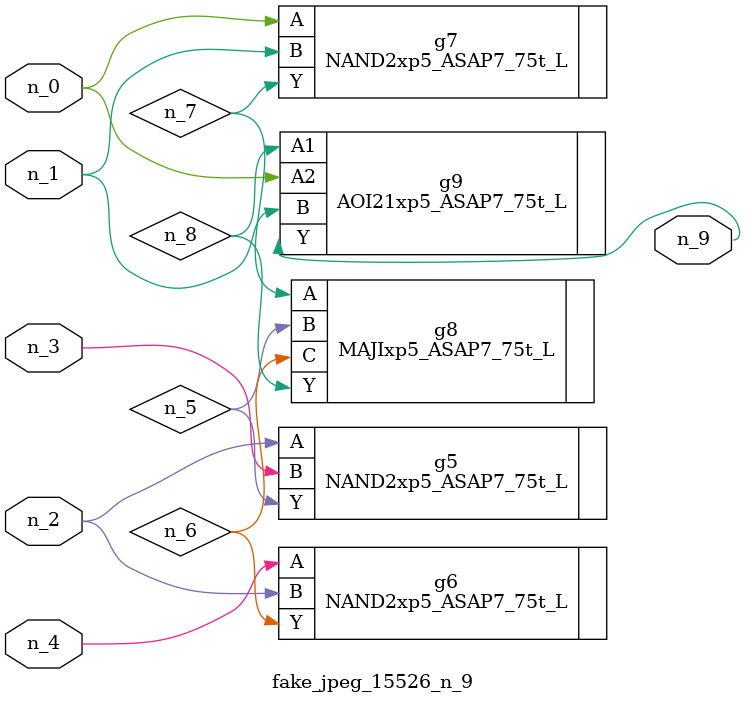
<source format=v>
module fake_jpeg_15526_n_9 (n_3, n_2, n_1, n_0, n_4, n_9);

input n_3;
input n_2;
input n_1;
input n_0;
input n_4;

output n_9;

wire n_8;
wire n_6;
wire n_5;
wire n_7;

NAND2xp5_ASAP7_75t_L g5 ( 
.A(n_2),
.B(n_3),
.Y(n_5)
);

NAND2xp5_ASAP7_75t_L g6 ( 
.A(n_4),
.B(n_2),
.Y(n_6)
);

NAND2xp5_ASAP7_75t_L g7 ( 
.A(n_0),
.B(n_1),
.Y(n_7)
);

MAJIxp5_ASAP7_75t_L g8 ( 
.A(n_7),
.B(n_5),
.C(n_6),
.Y(n_8)
);

AOI21xp5_ASAP7_75t_L g9 ( 
.A1(n_8),
.A2(n_0),
.B(n_1),
.Y(n_9)
);


endmodule
</source>
